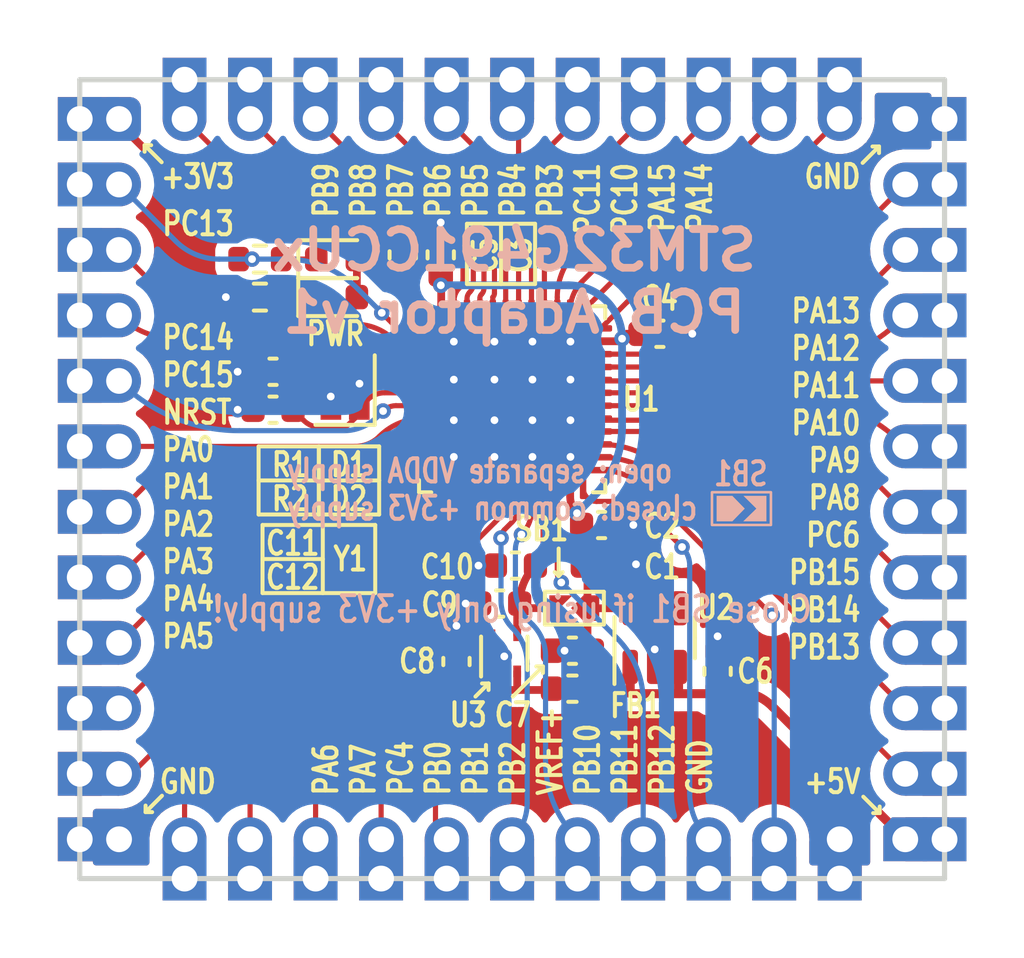
<source format=kicad_pcb>
(kicad_pcb (version 20211014) (generator pcbnew)
  (layers (0 "F.Cu" signal) (31 "B.Cu" signal) (34 "B.Paste" user) (35 "F.Paste" user) (36 "B.SilkS" user "B.Silkscreen") (37 "F.SilkS" user "F.Silkscreen") (38 "B.Mask" user) (39 "F.Mask" user) (44 "Edge.Cuts" user))
  (net 0 "")
  (net 1 "+3V3")
  (net 2 "GND")
  (net 3 "Net-(C5-Pad1)")
  (net 4 "+5V")
  (net 5 "Net-(C8-Pad1)")
  (net 6 "VDDA")
  (net 7 "PB12")
  (net 8 "PB13")
  (net 9 "PB14")
  (net 10 "PB15")
  (net 11 "PC6")
  (net 12 "PA8")
  (net 13 "PA9")
  (net 14 "PA10")
  (net 15 "PA11")
  (net 16 "PA12")
  (net 17 "PA13")
  (net 18 "PB11")
  (net 19 "PB10")
  (net 20 "VREF+")
  (net 21 "PB2")
  (net 22 "PB1")
  (net 23 "PB0")
  (net 24 "PC4")
  (net 25 "PA7")
  (net 26 "PA6")
  (net 27 "PA5")
  (net 28 "PA14")
  (net 29 "PA15")
  (net 30 "PC10")
  (net 31 "PC11")
  (net 32 "PB3")
  (net 33 "PB4")
  (net 34 "PB5")
  (net 35 "PB6")
  (net 36 "PB7")
  (net 37 "PB8")
  (net 38 "PB9")
  (net 39 "PC14")
  (net 40 "PC15")
  (net 41 "NRST")
  (net 42 "PA0")
  (net 43 "PA1")
  (net 44 "PA2")
  (net 45 "PA3")
  (net 46 "PA4")
  (net 47 "OSC_IN")
  (net 48 "OSC_OUT")
  (net 51 "PC13")
  (net 52 "Net-(D1-Pad1)")
  (net 53 "Net-(D2-Pad1)")
  (footprint "Resistor_SMD:R_0603_1608Metric" (layer "F.Cu") (at 128.016 32.5628 180)
    (fp_text reference "R2")
    (fp_text value "511R")
  )
  (footprint "Capacitor_SMD:C_0603_1608Metric" (layer "F.Cu") (at 143.523 33.9852)
    (fp_text reference "C4")
    (fp_text value "100n")
  )
  (footprint "Package_TO_SOT_SMD:SOT-23-5" (layer "F.Cu") (at 143.322 45.7708 90)
    (fp_text reference "U2")
    (fp_text value "AP7343D-33W5")
  )
  (footprint "Capacitor_SMD:C_0603_1608Metric" (layer "F.Cu") (at 140.1318 46.2788 180)
    (fp_text reference "C7")
    (fp_text value "1u")
  )
  (footprint "LED_SMD:LED_0603_1608Metric" (layer "F.Cu") (at 130.9878 31.0896)
    (fp_text reference "D1")
    (fp_text value "RED")
  )
  (footprint "Capacitor_SMD:C_0603_1608Metric" (layer "F.Cu") (at 128.5251 36.9316)
    (fp_text reference "C12")
    (fp_text value "10p")
  )
  (footprint "Inductor_SMD:L_0603_1608Metric" (layer "F.Cu") (at 140.1317 47.752 180)
    (fp_text reference "FB1")
    (fp_text value "BLM18KG121TZ1D")
  )
  (footprint "Capacitor_SMD:C_0603_1608Metric" (layer "F.Cu") (at 135.0264 30.9242 90)
    (fp_text reference "C3")
    (fp_text value "100n")
  )
  (footprint "Package_TO_SOT_SMD:SOT-553" (layer "F.Cu") (at 137.4902 46.3804 90)
    (fp_text reference "U3")
    (fp_text value "TCR2EE33")
  )
  (footprint "Capacitor_SMD:C_0603_1608Metric" (layer "F.Cu") (at 128.5251 35.4584)
    (fp_text reference "C11")
    (fp_text value "10p")
  )
  (footprint "Capacitor_Tantalum_SMD:CP_EIA-1608-10_AVX-L" (layer "F.Cu") (at 141.3128 42.926)
    (fp_text reference "C1")
    (fp_text value "4u7")
  )
  (footprint "Capacitor_SMD:C_0603_1608Metric" (layer "F.Cu") (at 137.3124 44.45 180)
    (fp_text reference "C9")
    (fp_text value "1u")
  )
  (footprint "Capacitor_SMD:C_0603_1608Metric" (layer "F.Cu") (at 133.5532 30.9242 90)
    (fp_text reference "C5")
    (fp_text value "100n")
  )
  (footprint "Capacitor_SMD:C_0603_1608Metric" (layer "F.Cu") (at 137.922 42.9768 180)
    (fp_text reference "C10")
    (fp_text value "1n")
  )
  (footprint "Resistor_SMD:R_0603_1608Metric" (layer "F.Cu") (at 128.016 31.0896)
    (fp_text reference "R1")
    (fp_text value "205R")
  )
  (footprint "Crystal:Crystal_SMD_2016-4Pin_2.0x1.6mm" (layer "F.Cu") (at 131.318 36.1696 90)
    (fp_text reference "Y1")
    (fp_text value "ECX-1637B2 [10pF, 20MHz]")
  )
  (footprint "Capacitor_SMD:C_0603_1608Metric" (layer "F.Cu") (at 145.7604 47.0786 90)
    (fp_text reference "C6")
    (fp_text value "1u")
  )
  (footprint "Capacitor_SMD:C_0603_1608Metric" (layer "F.Cu") (at 141.2618 41.402)
    (fp_text reference "C2")
    (fp_text value "100n")
  )
  (footprint "LED_SMD:LED_0603_1608Metric" (layer "F.Cu") (at 130.9877 32.5628)
    (fp_text reference "D2")
    (fp_text value "GREEN")
  )
  (footprint "Jumper_Smaller:SolderJumper-2_P1.3mm_Smaller_Open_TrianglePad1.0x1.5mm" (layer "F.Cu") (at 140.208 44.3738 180)
    (fp_text reference "SB1")
    (fp_text value "OPT_VDDA_REG")
  )
  (footprint "Package_DFN_QFN:QFN-48-1EP_7x7mm_P0.5mm_EP5.6x5.6mm" (layer "F.Cu") (at 137.795 36.5252)
    (fp_text reference "U1")
    (fp_text value "STM32G491CCUx")
  )
  (footprint "Capacitor_SMD:C_0603_1608Metric" (layer "F.Cu") (at 135.636 46.6982 90)
    (fp_text reference "C8")
    (fp_text value "1u")
  )
  (footprint "Connector_PinHeader_Castellated_2.54mm:PinHeader_Castellated_1x12_P2.54mm_Vertical" (layer "B.Cu") (at 153.035 53.594)
    (fp_text reference "J4" hide)
    (fp_text value "Conn_01x12")
  )
  (footprint "Connector_PinHeader_Castellated_2.54mm:PinHeader_Castellated_1x11_P2.54mm_Vertical" (layer "B.Cu") (at 125.095 53.594 -90)
    (fp_text reference "J2" hide)
    (fp_text value "Conn_01x11")
  )
  (footprint "Connector_PinHeader_Castellated_2.54mm:PinHeader_Castellated_1x12_P2.54mm_Vertical" (layer "B.Cu") (at 122.555 25.654 180)
    (fp_text reference "J1" hide)
    (fp_text value "Conn_01x12")
  )
  (footprint "Connector_PinHeader_Castellated_2.54mm:PinHeader_Castellated_1x11_P2.54mm_Vertical" (layer "B.Cu") (at 150.495 25.654 90)
    (fp_text reference "J3" hide)
    (fp_text value "Conn_01x11")
  )
  (gr_rect (start 145.542 40.132) (end 147.828 41.402) (layer "B.SilkS") (width 0.1) (fill none))
  (gr_poly (pts (xy 147.6526 41.2622) (xy 146.7526 41.2622) (xy 147.2626 40.767) (xy 146.7626 40.2722) (xy 147.6526 40.2722)) (layer "B.SilkS") (width 0) (fill solid))
  (gr_poly (pts (xy 146.815 40.767) (xy 146.3326 41.2622) (xy 145.7226 41.2622) (xy 145.7226 40.2722) (xy 146.3326 40.2722)) (layer "B.SilkS") (width 0) (fill solid))
  (gr_line (start 137.8204 48.0568) (end 138.9888 46.8884) (layer "F.SilkS") (width 0.155))
  (gr_line (start 137.3632 32.0548) (end 137.3632 29.718) (layer "F.SilkS") (width 0.155))
  (gr_line (start 137.3632 29.718) (end 136.0424 29.718) (layer "F.SilkS") (width 0.155))
  (gr_line (start 130.4544 41.402) (end 128.1176 41.402) (layer "F.SilkS") (width 0.155))
  (gr_line (start 138.684 29.718) (end 138.684 32.0548) (layer "F.SilkS") (width 0.155))
  (gr_line (start 151.4094 51.943) (end 152.0444 52.578) (layer "F.SilkS") (width 0.155))
  (gr_line (start 132.4864 44.0436) (end 130.4544 44.0436) (layer "F.SilkS") (width 0.155))
  (gr_line (start 138.684 32.0548) (end 137.3632 32.0548) (layer "F.SilkS") (width 0.155))
  (gr_line (start 139.5984 43.3832) (end 139.446 43.2308) (layer "F.SilkS") (width 0.155))
  (gr_line (start 152.019 26.7208) (end 151.765 26.7208) (layer "F.SilkS") (width 0.155))
  (gr_line (start 130.302 40.9956) (end 130.302 39.6748) (layer "F.SilkS") (width 0.155))
  (gr_line (start 130.302 39.6748) (end 130.302 40.9956) (layer "F.SilkS") (width 0.155))
  (gr_line (start 136.0424 32.0548) (end 137.3632 32.0548) (layer "F.SilkS") (width 0.155))
  (gr_line (start 136.6266 47.5488) (end 136.8806 47.5488) (layer "F.SilkS") (width 0.155))
  (gr_line (start 137.3632 29.718) (end 138.684 29.718) (layer "F.SilkS") (width 0.155))
  (gr_line (start 136.8806 47.5488) (end 136.8806 47.8028) (layer "F.SilkS") (width 0.155))
  (gr_line (start 132.6388 40.9956) (end 132.6388 39.6748) (layer "F.SilkS") (width 0.155))
  (gr_line (start 130.4544 42.7228) (end 130.4544 41.402) (layer "F.SilkS") (width 0.155))
  (gr_line (start 152.0444 52.578) (end 152.0444 52.324) (layer "F.SilkS") (width 0.155))
  (gr_line (start 130.4544 41.402) (end 132.4864 41.402) (layer "F.SilkS") (width 0.155))
  (gr_line (start 123.5456 26.67) (end 123.5456 26.924) (layer "F.SilkS") (width 0.155))
  (gr_line (start 123.5456 26.67) (end 123.7996 26.67) (layer "F.SilkS") (width 0.155))
  (gr_line (start 128.1176 41.402) (end 128.1176 42.7228) (layer "F.SilkS") (width 0.155))
  (gr_line (start 152.0444 52.578) (end 151.7904 52.578) (layer "F.SilkS") (width 0.155))
  (gr_line (start 127.9652 38.354) (end 130.302 38.354) (layer "F.SilkS") (width 0.155))
  (gr_line (start 127.9652 40.9956) (end 130.302 40.9956) (layer "F.SilkS") (width 0.155))
  (gr_line (start 132.4864 41.402) (end 132.4864 44.0436) (layer "F.SilkS") (width 0.155))
  (gr_line (start 123.5837 52.5399) (end 123.5837 52.2859) (layer "F.SilkS") (width 0.155))
  (gr_line (start 130.302 39.6748) (end 130.302 38.354) (layer "F.SilkS") (width 0.155))
  (gr_line (start 130.302 38.354) (end 130.302 39.6748) (layer "F.SilkS") (width 0.155))
  (gr_line (start 136.0424 29.718) (end 136.0424 32.0548) (layer "F.SilkS") (width 0.155))
  (gr_line (start 130.302 38.354) (end 132.6388 38.354) (layer "F.SilkS") (width 0.155))
  (gr_line (start 132.6388 39.6748) (end 130.302 39.6748) (layer "F.SilkS") (width 0.155))
  (gr_line (start 152.019 26.7208) (end 152.019 26.9748) (layer "F.SilkS") (width 0.155))
  (gr_line (start 139.5984 43.3832) (end 139.5984 42.3164) (layer "F.SilkS") (width 0.155))
  (gr_line (start 124.2187 51.9049) (end 123.5837 52.5399) (layer "F.SilkS") (width 0.155))
  (gr_line (start 132.6388 38.354) (end 132.6388 39.6748) (layer "F.SilkS") (width 0.155))
  (gr_line (start 136.3726 48.0568) (end 136.8806 47.5488) (layer "F.SilkS") (width 0.155))
  (gr_line (start 128.1176 44.0436) (end 128.1176 42.7228) (layer "F.SilkS") (width 0.155))
  (gr_line (start 128.1176 42.7228) (end 130.4544 42.7228) (layer "F.SilkS") (width 0.155))
  (gr_line (start 127.9652 39.6748) (end 127.9652 40.9956) (layer "F.SilkS") (width 0.155))
  (gr_line (start 123.5837 52.5399) (end 123.8377 52.5399) (layer "F.SilkS") (width 0.155))
  (gr_line (start 130.4544 42.7228) (end 130.4544 44.0436) (layer "F.SilkS") (width 0.155))
  (gr_line (start 138.9888 46.8884) (end 138.7348 46.8884) (layer "F.SilkS") (width 0.155))
  (gr_line (start 127.9652 39.6748) (end 127.9652 38.354) (layer "F.SilkS") (width 0.155))
  (gr_line (start 139.5984 43.3832) (end 139.7508 43.2308) (layer "F.SilkS") (width 0.155))
  (gr_line (start 124.206 27.3304) (end 123.5456 26.67) (layer "F.SilkS") (width 0.155))
  (gr_line (start 138.9888 46.8884) (end 138.9888 47.1424) (layer "F.SilkS") (width 0.155))
  (gr_line (start 130.302 40.9956) (end 132.6388 40.9956) (layer "F.SilkS") (width 0.155))
  (gr_line (start 130.4544 44.0436) (end 128.1176 44.0436) (layer "F.SilkS") (width 0.155))
  (gr_line (start 151.384 27.3558) (end 152.019 26.7208) (layer "F.SilkS") (width 0.155))
  (gr_line (start 130.302 39.6748) (end 127.9652 39.6748) (layer "F.SilkS") (width 0.155))
  (gr_line (start 154.559 24.13) (end 121.031 24.13) (layer "Edge.Cuts") (width 0.2))
  (gr_line (start 121.031 55.118) (end 154.559 55.118) (layer "Edge.Cuts") (width 0.2))
  (gr_line (start 154.559 55.118) (end 154.559 24.13) (layer "Edge.Cuts") (width 0.2))
  (gr_line (start 121.031 24.13) (end 121.031 55.118) (layer "Edge.Cuts") (width 0.2))
  (gr_text "open: separate VDDA supply\nclosed: common +3V3 supply" (at 128.9812 40.0304) (layer "B.SilkS") (effects (font (size 0.9 0.7) (thickness 0.155)) (justify right mirror)))
  (gr_text "SB1" (at 146.6596 39.4208) (layer "B.SilkS") (effects (font (size 0.9 0.7) (thickness 0.155)) (justify mirror)))
  (gr_text "Close SB1 if using only +3V3 supply!" (at 137.8 44.67) (layer "B.SilkS") (effects (font (size 1 0.8)) (justify mirror)))
  (gr_text "STM32G491CCUx\nPCB Adaptor v1" (at 137.8712 31.9532) (layer "B.SilkS") (effects (font (size 1.5 1.5) (thickness 0.3)) (justify mirror)))
  (gr_text "GND" (at 126.3904 51.3588) (layer "F.SilkS") (effects (font (size 0.9 0.7) (thickness 0.155)) (justify right)))
  (gr_text "PA13\nPA12\nPA11\nPA10\nPA9\nPA8\nPC6\nPB15\nPB14\nPB13" (at 151.384 39.624) (layer "F.SilkS") (effects (font (size 0.9 0.7) (thickness 0.155)) (justify right)))
  (gr_text "GND" (at 151.384 27.8892) (layer "F.SilkS") (effects (font (size 0.9 0.7) (thickness 0.155)) (justify right)))
  (gr_text "+5V" (at 151.384 51.3588) (layer "F.SilkS") (effects (font (size 0.9 0.7) (thickness 0.155)) (justify right)))
  (gr_text "PB9\nPB8\nPB7\nPB6\nPB5\nPB4\nPB3\nPC11\nPC10\nPA15\nPA14" (at 137.8204 27.2796 90) (layer "F.SilkS") (effects (font (size 0.9 0.7) (thickness 0.155)) (justify right)))
  (gr_text "PC14\nPC15\nNRST\nPA0\nPA1\nPA2\nPA3\nPA4\nPA5" (at 124.1552 39.9288) (layer "F.SilkS") (effects (font (size 0.9 0.7) (thickness 0.155)) (justify left)))
  (gr_text "PC13" (at 124.1552 29.718) (layer "F.SilkS") (effects (font (size 0.9 0.7) (thickness 0.155)) (justify left)))
  (gr_text "PWR" (at 129.7432 33.9852) (layer "F.SilkS") (effects (font (size 0.9 0.7) (thickness 0.155)) (justify left)))
  (gr_text "PA6\nPA7\nPC4\nPB0\nPB1\nPB2\nVREF+\nPB10\nPB11\nPB12\nGND" (at 137.8204 51.9684 90) (layer "F.SilkS") (effects (font (size 0.9 0.7) (thickness 0.155)) (justify left)))
  (gr_text "+3V3" (at 124.1044 27.8892) (layer "F.SilkS") (effects (font (size 0.9 0.7) (thickness 0.155)) (justify left)))
  (segment (start 133.5532 30.1492) (end 131.8 30.1492) (width 0.3) (layer "F.Cu") (net 1))
  (segment (start 140.6003 41.5155) (end 140.4868 41.402) (width 0.3) (layer "F.Cu") (net 1))
  (segment (start 140.716 44.6278) (end 140.716 43.205324) (width 0.3) (layer "F.Cu") (net 1))
  (segment (start 142.372 44.6333) (end 140.729278 44.6333) (width 0.3) (layer "F.Cu") (net 1))
  (segment (start 131.8 30.1492) (end 129.0072 30.1492) (width 0.3) (layer "F.Cu") (net 1))
  (segment (start 135.045 32.120622) (end 135.029463 32.105085) (width 0.3) (layer "F.Cu") (net 1))
  (segment (start 135.045 33.0877) (end 135.045 32.120622) (width 0.3) (layer "F.Cu") (net 1))
  (segment (start 140.716 44.6278) (end 140.716 45.818169) (width 0.3) (layer "F.Cu") (net 1))
  (segment (start 131.7753 30.1739) (end 131.8 30.1492) (width 0.3) (layer "F.Cu") (net 1))
  (segment (start 140.045 39.9627) (end 140.045 40.307218) (width 0.3) (layer "F.Cu") (net 1))
  (segment (start 125.580692 28.851308) (end 122.555 25.825617) (width 0.3) (layer "F.Cu") (net 1))
  (segment (start 140.6003 42.926) (end 140.6003 41.5155) (width 0.3) (layer "F.Cu") (net 1))
  (segment (start 141.2325 34.2752) (end 141.956999 34.2752) (width 0.3) (layer "F.Cu") (net 1))
  (segment (start 134.972094 31.568094) (end 133.5532 30.1492) (width 0.3) (layer "F.Cu") (net 1))
  (segment (start 142.246999 33.9852) (end 142.748 33.9852) (width 0.3) (layer "F.Cu") (net 1))
  (segment (start 131.7753 31.0896) (end 131.7753 30.1739) (width 0.3) (layer "F.Cu") (net 1))
  (segment (start 140.4868 41.122714) (end 140.309243 40.945157) (width 0.3) (layer "F.Cu") (net 1))
  (segment (start 141.956999 34.2752) (end 142.056499 34.1757) (width 0.3) (layer "F.Cu") (net 1))
  (segment (start 142.056499 34.1757) (end 142.246999 33.9852) (width 0.3) (layer "F.Cu") (net 1))
  (segment (start 131.7753 31.0896) (end 131.7753 32.562559) (width 0.3) (layer "F.Cu") (net 1))
  (segment (start 122.555 25.825617) (end 122.555 25.654) (width 0.3) (layer "F.Cu") (net 1))
  (segment (start 140.4868 41.402) (end 140.4868 41.122714) (width 0.3) (layer "F.Cu") (net 1))
  (segment (start 135.029463 32.105085) (end 135.029463 31.706594) (width 0.3) (layer "F.Cu") (net 1))
  (segment (start 128.71408 30.1492) (end 129.0072 30.1492) (width 0.3) (layer "F.Cu") (net 1))
  (via (at 142.056499 34.1757) (size 0.6) (drill 0.3) (layers "F.Cu" "B.Cu") (net 1))
  (via (at 135.029463 32.105085) (size 0.6) (drill 0.3) (layers "F.Cu" "B.Cu") (net 1))
  (via (at 140.309243 40.945157) (size 0.6) (drill 0.3) (layers "F.Cu" "B.Cu") (net 1))
  (arc (start 140.716 43.205324) (mid 140.685931 43.054155) (end 140.6003 42.926) (width 0.3) (layer "F.Cu") (net 1))
  (arc (start 135.029463 31.706594) (mid 135.028667 31.702592) (end 135.0264 31.6992) (width 0.3) (layer "F.Cu") (net 1))
  (arc (start 140.045 40.307218) (mid 140.113675 40.652468) (end 140.309243 40.945157) (width 0.3) (layer "F.Cu") (net 1))
  (arc (start 140.716 45.818169) (mid 140.765588 46.06746) (end 140.9068 46.2788) (width 0.3) (layer "F.Cu") (net 1))
  (arc (start 125.580692 28.851308) (mid 127.018303 29.811889) (end 128.71408 30.1492) (width 0.3) (layer "F.Cu") (net 1))
  (arc (start 140.729278 44.6333) (mid 140.722092 44.631871) (end 140.716 44.6278) (width 0.3) (layer "F.Cu") (net 1))
  (arc (start 135.0264 31.6992) (mid 135.012286 31.628246) (end 134.972094 31.568094) (width 0.3) (layer "F.Cu") (net 1))
  (arc (start 131.7753 32.562559) (mid 131.775274 32.562689) (end 131.7752 32.5628) (width 0.3) (layer "F.Cu") (net 1))
  (segment (start 139.985884 32.105085) (end 135.029463 32.105085) (width 0.3) (layer "B.Cu") (net 1))
  (segment (start 140.9192 40.3352) (end 140.309243 40.945157) (width 0.3) (layer "B.Cu") (net 1))
  (segment (start 142.056499 34.1757) (end 142.056499 37.589518) (width 0.3) (layer "B.Cu") (net 1))
  (arc (start 142.056499 37.589518) (mid 141.760924 39.07547) (end 140.9192 40.3352) (width 0.3) (layer "B.Cu") (net 1))
  (arc (start 142.056499 34.1757) (mid 141.45003 32.711554) (end 139.985884 32.105085) (width 0.3) (layer "B.Cu") (net 1))
  (segment (start 143.2966 46.9083) (end 143.2966 46.2534) (width 0.3) (layer "F.Cu") (net 2))
  (segment (start 144.298 33.9852) (end 144.78 33.9852) (width 0.3) (layer "F.Cu") (net 2))
  (segment (start 137.147 42.9768) (end 136.490183 42.9768) (width 0.3) (layer "F.Cu") (net 2))
  (segment (start 127.6626 35.4584) (end 127.1524 35.4584) (width 0.3) (layer "F.Cu") (net 2))
  (segment (start 135.636 45.3136) (end 135.636 45.9232) (width 0.3) (layer "F.Cu") (net 2))
  (segment (start 136.5374 44.45) (end 135.9916 44.45) (width 0.3) (layer "F.Cu") (net 2))
  (segment (start 127.191 32.5628) (end 126.6952 32.5628) (width 0.3) (layer "F.Cu") (net 2))
  (segment (start 142.0253 42.926) (end 142.5956 42.926) (width 0.3) (layer "F.Cu") (net 2))
  (segment (start 130.768 36.8696) (end 130.768 36.424991) (width 0.3) (layer "F.Cu") (net 2))
  (segment (start 143.2966 46.2534) (end 143.322 46.228) (width 0.3) (layer "F.Cu") (net 2))
  (segment (start 135.0264 30.1622) (end 135.0264 29.6672) (width 0.3) (layer "F.Cu") (net 2))
  (segment (start 145.7604 46.3036) (end 145.7604 45.72) (width 0.3) (layer "F.Cu") (net 2))
  (segment (start 139.3568 46.2788) (end 139.827 46.2788) (width 0.3) (layer "F.Cu") (net 2))
  (segment (start 127.6626 36.9316) (end 127.1524 36.9316) (width 0.3) (layer "F.Cu") (net 2))
  (segment (start 131.868 35.4696) (end 131.868 35.911298) (width 0.3) (layer "F.Cu") (net 2))
  (segment (start 137.4902 47.0804) (end 137.490199 46.499026) (width 0.3) (layer "F.Cu") (net 2))
  (segment (start 142.0368 41.402) (end 142.494 41.402) (width 0.3) (layer "F.Cu") (net 2))
  (via (at 140.0556 35.7632) (size 0.6) (drill 0.3) (layers "F.Cu" "B.Cu") (net 2))
  (via (at 135.5344 34.29) (size 0.6) (drill 0.3) (layers "F.Cu" "B.Cu") (net 2))
  (via (at 137.1092 35.7632) (size 0.6) (drill 0.3) (layers "F.Cu" "B.Cu") (net 2))
  (via (at 131.8768 35.920098) (size 0.6) (drill 0.3) (layers "F.Cu" "B.Cu") (net 2))
  (via (at 138.5824 35.7632) (size 0.6) (drill 0.3) (layers "F.Cu" "B.Cu") (net 2))
  (via (at 145.7604 45.72) (size 0.6) (drill 0.3) (layers "F.Cu" "B.Cu") (net 2))
  (via (at 135.5344 37.338) (size 0.6) (drill 0.3) (layers "F.Cu" "B.Cu") (net 2))
  (via (at 139.827 46.2788) (size 0.6) (drill 0.3) (layers "F.Cu" "B.Cu") (net 2))
  (via (at 143.322 46.228) (size 0.6) (drill 0.3) (layers "F.Cu" "B.Cu") (net 2))
  (via (at 138.5824 34.29) (size 0.6) (drill 0.3) (layers "F.Cu" "B.Cu") (net 2))
  (via (at 127.1524 36.9316) (size 0.6) (drill 0.3) (layers "F.Cu" "B.Cu") (net 2))
  (via (at 135.5344 38.7604) (size 0.6) (drill 0.3) (layers "F.Cu" "B.Cu") (net 2))
  (via (at 142.5956 42.926) (size 0.6) (drill 0.3) (layers "F.Cu" "B.Cu") (net 2))
  (via (at 137.1092 37.338) (size 0.6) (drill 0.3) (layers "F.Cu" "B.Cu") (net 2))
  (via (at 137.490199 46.499026) (size 0.6) (drill 0.3) (layers "F.Cu" "B.Cu") (net 2))
  (via (at 136.490183 42.9768) (size 0.6) (drill 0.3) (layers "F.Cu" "B.Cu") (net 2))
  (via (at 140.0556 37.338) (size 0.6) (drill 0.3) (layers "F.Cu" "B.Cu") (net 2))
  (via (at 137.1092 38.7604) (size 0.6) (drill 0.3) (layers "F.Cu" "B.Cu") (net 2))
  (via (at 135.0264 29.6672) (size 0.6) (drill 0.3) (layers "F.Cu" "B.Cu") (net 2))
  (via (at 142.494 41.402) (size 0.6) (drill 0.3) (layers "F.Cu" "B.Cu") (net 2))
  (via (at 126.6952 32.5628) (size 0.6) (drill 0.3) (layers "F.Cu" "B.Cu") (net 2))
  (via (at 127.1524 35.4584) (size 0.6) (drill 0.3) (layers "F.Cu" "B.Cu") (net 2))
  (via (at 140.0556 34.29) (size 0.6) (drill 0.3) (layers "F.Cu" "B.Cu") (net 2))
  (via (at 137.1092 34.29) (size 0.6) (drill 0.3) (layers "F.Cu" "B.Cu") (net 2))
  (via (at 138.5824 38.7604) (size 0.6) (drill 0.3) (layers "F.Cu" "B.Cu") (net 2))
  (via (at 135.5344 35.7632) (size 0.6) (drill 0.3) (layers "F.Cu" "B.Cu") (net 2))
  (via (at 130.762111 36.419102) (size 0.6) (drill 0.3) (layers "F.Cu" "B.Cu") (net 2))
  (via (at 135.636 45.3136) (size 0.6) (drill 0.3) (layers "F.Cu" "B.Cu") (net 2))
  (via (at 135.9916 44.45) (size 0.6) (drill 0.3) (layers "F.Cu" "B.Cu") (net 2))
  (via (at 140.0556 38.7604) (size 0.6) (drill 0.3) (layers "F.Cu" "B.Cu") (net 2))
  (via (at 138.5824 37.338) (size 0.6) (drill 0.3) (layers "F.Cu" "B.Cu") (net 2))
  (via (at 144.78 33.9852) (size 0.6) (drill 0.3) (layers "F.Cu" "B.Cu") (net 2))
  (segment (start 133.5532 32.469208) (end 133.5532 31.7252) (width 0.2) (layer "F.Cu") (net 3))
  (segment (start 134.3575 33.7752) (end 133.90795 33.32565) (width 0.2) (layer "F.Cu") (net 3))
  (arc (start 133.90795 33.32565) (mid 133.645396 32.932711) (end 133.5532 32.469208) (width 0.2) (layer "F.Cu") (net 3))
  (segment (start 142.372 47.916) (end 141.315131 47.916) (width 0.35) (layer "F.Cu") (net 4))
  (segment (start 142.372 47.916) (end 142.4018 47.9458) (width 0.35) (layer "F.Cu") (net 4))
  (segment (start 145.6944 47.8536) (end 145.6022 47.9458) (width 0.35) (layer "F.Cu") (net 4))
  (segment (start 144.2466 47.9212) (end 144.2712 47.9458) (width 0.35) (layer "F.Cu") (net 4))
  (segment (start 146.4564 47.8536) (end 145.5166 47.8536) (width 0.35) (layer "F.Cu") (net 4))
  (segment (start 144.2466 46.9083) (end 144.2466 47.9212) (width 0.35) (layer "F.Cu") (net 4))
  (segment (start 153.035 53.594) (end 147.887297 48.446297) (width 0.35) (layer "F.Cu") (net 4))
  (segment (start 145.6022 47.9458) (end 142.4018 47.9458) (width 0.35) (layer "F.Cu") (net 4))
  (segment (start 142.372 46.9083) (end 142.372 47.916) (width 0.35) (layer "F.Cu") (net 4))
  (arc (start 141.315131 47.916) (mid 141.100855 47.873378) (end 140.9192 47.752) (width 0.35) (layer "F.Cu") (net 4))
  (arc (start 147.887297 48.446297) (mid 147.230796 48.007637) (end 146.4564 47.8536) (width 0.35) (layer "F.Cu") (net 4))
  (segment (start 138.0236 47.8028) (end 139.221558 47.8028) (width 0.3) (layer "F.Cu") (net 5))
  (segment (start 136.9568 47.8028) (end 136.431724 47.8028) (width 0.3) (layer "F.Cu") (net 5))
  (segment (start 138.0236 47.8028) (end 136.9568 47.8028) (width 0.3) (layer "F.Cu") (net 5))
  (segment (start 136.9902 47.0804) (end 136.9902 47.722166) (width 0.3) (layer "F.Cu") (net 5))
  (segment (start 137.9902 47.0804) (end 137.9902 47.722166) (width 0.3) (layer "F.Cu") (net 5))
  (arc (start 136.431724 47.8028) (mid 136.001081 47.71714) (end 135.636 47.4732) (width 0.3) (layer "F.Cu") (net 5))
  (arc (start 137.9902 47.722166) (mid 137.998881 47.765804) (end 138.0236 47.8028) (width 0.3) (layer "F.Cu") (net 5))
  (arc (start 139.221558 47.8028) (mid 139.287931 47.789597) (end 139.3442 47.752) (width 0.3) (layer "F.Cu") (net 5))
  (arc (start 136.9902 47.722166) (mid 136.981519 47.765805) (end 136.9568 47.8028) (width 0.3) (layer "F.Cu") (net 5))
  (segment (start 138.0874 44.45) (end 138.0874 44.448504) (width 0.3) (layer "F.Cu") (net 6))
  (segment (start 137.9902 45.6804) (end 137.9902 44.684661) (width 0.3) (layer "F.Cu") (net 6))
  (segment (start 139.045 39.9627) (end 139.045 42.136654) (width 0.3) (layer "F.Cu") (net 6))
  (segment (start 139.483 44.6278) (end 138.516647 44.6278) (width 0.3) (layer "F.Cu") (net 6))
  (arc (start 138.0874 44.448504) (mid 138.24583 43.652024) (end 138.697 42.9768) (width 0.3) (layer "F.Cu") (net 6))
  (arc (start 137.9902 44.684661) (mid 138.015461 44.557664) (end 138.0874 44.45) (width 0.3) (layer "F.Cu") (net 6))
  (arc (start 138.516647 44.6278) (mid 138.28434 44.581591) (end 138.0874 44.45) (width 0.3) (layer "F.Cu") (net 6))
  (arc (start 139.045 42.136654) (mid 138.954557 42.591338) (end 138.697 42.9768) (width 0.3) (layer "F.Cu") (net 6))
  (segment (start 142.964019 39.992418) (end 143.6116 40.64) (width 0.2) (layer "F.Cu") (net 7))
  (segment (start 143.6116 40.64) (end 147.8788 44.9072) (width 0.2) (layer "F.Cu") (net 7))
  (via (at 147.8788 44.9072) (size 0.6) (drill 0.3) (layers "F.Cu" "B.Cu") (net 7))
  (arc (start 141.2325 39.2752) (mid 142.169591 39.461599) (end 142.964019 39.992418) (width 0.2) (layer "F.Cu") (net 7))
  (segment (start 147.955 44.9834) (end 147.955 53.594) (width 0.2) (layer "B.Cu") (net 7))
  (segment (start 147.8788 44.9072) (end 147.955 44.9834) (width 0.2) (layer "B.Cu") (net 7))
  (segment (start 149.90006 47.91906) (end 153.035 51.054) (width 0.2) (layer "F.Cu") (net 8))
  (segment (start 143.758165 39.821364) (end 144.0942 40.1574) (width 0.2) (layer "F.Cu") (net 8))
  (segment (start 144.0942 40.1574) (end 148.5171 44.5803) (width 0.2) (layer "F.Cu") (net 8))
  (arc (start 149.1996 46.228) (mid 149.381644 47.143195) (end 149.90006 47.91906) (width 0.2) (layer "F.Cu") (net 8))
  (arc (start 141.2325 38.7752) (mid 142.59938 39.047089) (end 143.758165 39.821364) (width 0.2) (layer "F.Cu") (net 8))
  (arc (start 148.5171 44.5803) (mid 149.022224 45.336271) (end 149.1996 46.228) (width 0.2) (layer "F.Cu") (net 8))
  (segment (start 143.901903 39.380903) (end 153.035 48.514) (width 0.2) (layer "F.Cu") (net 9))
  (arc (start 141.2325 38.2752) (mid 142.677171 38.562563) (end 143.901903 39.380903) (width 0.2) (layer "F.Cu") (net 9))
  (segment (start 141.2325 37.7752) (end 142.768 37.7752) (width 0.2) (layer "F.Cu") (net 10))
  (segment (start 146.298638 39.237638) (end 153.035 45.974) (width 0.2) (layer "F.Cu") (net 10))
  (arc (start 142.768 37.7752) (mid 144.678767 38.155275) (end 146.298638 39.237638) (width 0.2) (layer "F.Cu") (net 10))
  (segment (start 141.2953 37.338) (end 144.5768 37.338) (width 0.2) (layer "F.Cu") (net 11))
  (segment (start 149.7711 40.1701) (end 153.035 43.434) (width 0.2) (layer "F.Cu") (net 11))
  (segment (start 148.609327 39.008328) (end 149.7711 40.1701) (width 0.2) (layer "F.Cu") (net 11))
  (segment (start 141.2325 37.2752) (end 141.2953 37.338) (width 0.2) (layer "F.Cu") (net 11))
  (arc (start 144.5768 37.338) (mid 146.759188 37.772104) (end 148.609327 39.008328) (width 0.2) (layer "F.Cu") (net 11))
  (segment (start 141.2325 36.7752) (end 146.3588 36.7752) (width 0.2) (layer "F.Cu") (net 12))
  (segment (start 150.724555 38.583555) (end 153.035 40.894) (width 0.2) (layer "F.Cu") (net 12))
  (arc (start 146.3588 36.7752) (mid 148.72153 37.245176) (end 150.724555 38.583555) (width 0.2) (layer "F.Cu") (net 12))
  (segment (start 141.2325 36.2752) (end 148.016333 36.2752) (width 0.2) (layer "F.Cu") (net 13))
  (arc (start 148.016333 36.2752) (mid 150.732416 36.815463) (end 153.035 38.354) (width 0.2) (layer "F.Cu") (net 13))
  (segment (start 141.2325 35.7752) (end 141.2713 35.814) (width 0.2) (layer "F.Cu") (net 14))
  (segment (start 141.2713 35.814) (end 153.035 35.814) (width 0.2) (layer "F.Cu") (net 14))
  (segment (start 141.2325 35.2752) (end 148.356 35.2752) (width 0.2) (layer "F.Cu") (net 15))
  (segment (start 152.92729 33.381709) (end 153.035 33.274) (width 0.2) (layer "F.Cu") (net 15))
  (arc (start 148.356 35.2752) (mid 150.829965 34.783098) (end 152.92729 33.381709) (width 0.2) (layer "F.Cu") (net 15))
  (segment (start 151.4475 32.3215) (end 153.035 30.734) (width 0.2) (layer "F.Cu") (net 16))
  (segment (start 150.624529 33.14447) (end 151.4475 32.3215) (width 0.2) (layer "F.Cu") (net 16))
  (segment (start 141.2325 34.7752) (end 146.6876 34.7752) (width 0.2) (layer "F.Cu") (net 16))
  (arc (start 146.6876 34.7752) (mid 148.818251 34.351387) (end 150.624529 33.14447) (width 0.2) (layer "F.Cu") (net 16))
  (segment (start 141.2325 33.7752) (end 141.2325 33.7735) (width 0.2) (layer "F.Cu") (net 17))
  (segment (start 151.4475 29.7815) (end 153.035 28.194) (width 0.2) (layer "F.Cu") (net 17))
  (segment (start 144.447556 31.8516) (end 147.2692 31.8516) (width 0.2) (layer "F.Cu") (net 17))
  (segment (start 141.2325 33.7735) (end 142.24 32.766) (width 0.2) (layer "F.Cu") (net 17))
  (segment (start 150.868122 30.360877) (end 151.4475 29.7815) (width 0.2) (layer "F.Cu") (net 17))
  (arc (start 147.2692 31.8516) (mid 149.216923 31.464174) (end 150.868122 30.360877) (width 0.2) (layer "F.Cu") (net 17))
  (arc (start 142.24 32.766) (mid 143.252835 32.089245) (end 144.447556 31.8516) (width 0.2) (layer "F.Cu") (net 17))
  (segment (start 144.381489 42.257711) (end 143.053588 40.92981) (width 0.2) (layer "F.Cu") (net 18))
  (segment (start 141.0699 40.4876) (end 141.986 40.4876) (width 0.2) (layer "F.Cu") (net 18))
  (via (at 144.381489 42.257711) (size 0.6) (drill 0.3) (layers "F.Cu" "B.Cu") (net 18))
  (arc (start 143.053588 40.92981) (mid 142.563775 40.602527) (end 141.986 40.4876) (width 0.2) (layer "F.Cu") (net 18))
  (arc (start 140.545 39.9627) (mid 140.69874 40.33386) (end 141.0699 40.4876) (width 0.2) (layer "F.Cu") (net 18))
  (segment (start 144.6784 47.7012) (end 144.6784 42.974517) (width 0.2) (layer "B.Cu") (net 18))
  (segment (start 144.6784 51.815691) (end 144.6784 47.7012) (width 0.2) (layer "B.Cu") (net 18))
  (arc (start 145.415 53.594) (mid 144.869836 52.778105) (end 144.6784 51.815691) (width 0.2) (layer "B.Cu") (net 18))
  (arc (start 144.6784 42.974517) (mid 144.601235 42.586584) (end 144.381489 42.257711) (width 0.2) (layer "B.Cu") (net 18))
  (segment (start 139.545 43.258505) (end 139.545 39.9627) (width 0.2) (layer "F.Cu") (net 19))
  (via (at 139.699831 43.6323) (size 0.6) (drill 0.3) (layers "F.Cu" "B.Cu") (net 19))
  (arc (start 139.699831 43.6323) (mid 139.585239 43.460802) (end 139.545 43.258505) (width 0.2) (layer "F.Cu") (net 19))
  (segment (start 142.875 48.240966) (end 142.875 53.594) (width 0.2) (layer "B.Cu") (net 19))
  (segment (start 139.699831 43.6323) (end 141.861365 45.793835) (width 0.2) (layer "B.Cu") (net 19))
  (arc (start 141.861365 45.793835) (mid 142.611565 46.916588) (end 142.875 48.240966) (width 0.2) (layer "B.Cu") (net 19))
  (segment (start 138.545 40.8298) (end 138.545 39.9627) (width 0.2) (layer "F.Cu") (net 20))
  (segment (start 138.545 40.8298) (end 138.545 40.834796) (width 0.2) (layer "F.Cu") (net 20))
  (via (at 138.156237 41.773352) (size 0.6) (drill 0.3) (layers "F.Cu" "B.Cu") (net 20))
  (arc (start 138.545 40.834796) (mid 138.443963 41.342739) (end 138.156237 41.773352) (width 0.2) (layer "F.Cu") (net 20))
  (segment (start 137.922 42.33885) (end 137.922 43.88398) (width 0.2) (layer "B.Cu") (net 20))
  (segment (start 138.43 45.1104) (end 138.587505 45.267905) (width 0.2) (layer "B.Cu") (net 20))
  (segment (start 139.0904 46.482) (end 139.0904 50.58927) (width 0.2) (layer "B.Cu") (net 20))
  (arc (start 137.922 43.88398) (mid 138.054025 44.547713) (end 138.43 45.1104) (width 0.2) (layer "B.Cu") (net 20))
  (arc (start 139.0904 50.58927) (mid 139.413861 52.215418) (end 140.335 53.594) (width 0.2) (layer "B.Cu") (net 20))
  (arc (start 138.156237 41.773352) (mid 137.982876 42.032804) (end 137.922 42.33885) (width 0.2) (layer "B.Cu") (net 20))
  (arc (start 138.587505 45.267905) (mid 138.959702 45.824937) (end 139.0904 46.482) (width 0.2) (layer "B.Cu") (net 20))
  (segment (start 137.498564 41.583201) (end 137.785233 41.296533) (width 0.2) (layer "F.Cu") (net 21))
  (segment (start 138.045 39.9627) (end 138.045 40.6694) (width 0.2) (layer "F.Cu") (net 21))
  (via (at 137.3632 41.91) (size 0.6) (drill 0.3) (layers "F.Cu" "B.Cu") (net 21))
  (arc (start 137.3632 41.91) (mid 137.39838 41.733138) (end 137.498564 41.583201) (width 0.2) (layer "F.Cu") (net 21))
  (arc (start 138.045 40.6694) (mid 137.977489 41.008802) (end 137.785233 41.296533) (width 0.2) (layer "F.Cu") (net 21))
  (segment (start 138.3792 46.790409) (end 138.3792 52.183617) (width 0.2) (layer "B.Cu") (net 21))
  (segment (start 137.3632 41.91) (end 137.3632 44.33757) (width 0.2) (layer "B.Cu") (net 21))
  (arc (start 138.3792 52.183617) (mid 138.227371 52.946911) (end 137.795 53.594) (width 0.2) (layer "B.Cu") (net 21))
  (arc (start 137.3632 44.33757) (mid 137.477217 44.910773) (end 137.801911 45.396711) (width 0.2) (layer "B.Cu") (net 21))
  (arc (start 137.801911 45.396711) (mid 138.229167 46.036145) (end 138.3792 46.790409) (width 0.2) (layer "B.Cu") (net 21))
  (segment (start 137.541 39.972356) (end 137.541 40.5638) (width 0.2) (layer "F.Cu") (net 22))
  (segment (start 134.8232 44.1452) (end 134.8232 53.1622) (width 0.2) (layer "F.Cu") (net 22))
  (segment (start 137.116736 41.307936) (end 135.207675 43.216996) (width 0.2) (layer "F.Cu") (net 22))
  (segment (start 134.8232 53.1622) (end 135.255 53.594) (width 0.2) (layer "F.Cu") (net 22))
  (segment (start 137.116736 41.307936) (end 137.314816 41.109856) (width 0.2) (layer "F.Cu") (net 22))
  (arc (start 137.545 39.9627) (mid 137.542039 39.96713) (end 137.541 39.972356) (width 0.2) (layer "F.Cu") (net 22))
  (arc (start 137.314816 41.109856) (mid 137.482217 40.859323) (end 137.541 40.5638) (width 0.2) (layer "F.Cu") (net 22))
  (arc (start 135.207675 43.216996) (mid 134.923122 43.642859) (end 134.8232 44.1452) (width 0.2) (layer "F.Cu") (net 22))
  (segment (start 137.045 40.5518) (end 137.045 39.9627) (width 0.2) (layer "F.Cu") (net 23))
  (segment (start 133.715001 44.143985) (end 136.859606 40.99938) (width 0.2) (layer "F.Cu") (net 23))
  (segment (start 132.715 53.594) (end 132.715 46.5582) (width 0.2) (layer "F.Cu") (net 23))
  (arc (start 132.715 46.5582) (mid 132.974892 45.251636) (end 133.715001 44.143985) (width 0.2) (layer "F.Cu") (net 23))
  (arc (start 136.859606 40.99938) (mid 136.996818 40.794028) (end 137.045 40.5518) (width 0.2) (layer "F.Cu") (net 23))
  (segment (start 136.545 40.493) (end 136.545 39.9627) (width 0.2) (layer "F.Cu") (net 24))
  (segment (start 131.467238 45.826062) (end 136.364475 40.928825) (width 0.2) (layer "F.Cu") (net 24))
  (segment (start 130.175 53.594) (end 130.175 48.9458) (width 0.2) (layer "F.Cu") (net 24))
  (arc (start 136.364475 40.928825) (mid 136.498083 40.728867) (end 136.545 40.493) (width 0.2) (layer "F.Cu") (net 24))
  (arc (start 130.175 48.9458) (mid 130.510842 47.25741) (end 131.467238 45.826062) (width 0.2) (layer "F.Cu") (net 24))
  (segment (start 134.795007 41.932607) (end 135.837101 40.890513) (width 0.2) (layer "F.Cu") (net 25))
  (segment (start 134.791936 41.932607) (end 134.795007 41.932607) (width 0.2) (layer "F.Cu") (net 25))
  (segment (start 129.149805 47.574738) (end 134.791936 41.932607) (width 0.2) (layer "F.Cu") (net 25))
  (segment (start 136.045 40.3886) (end 136.045 39.9627) (width 0.2) (layer "F.Cu") (net 25))
  (segment (start 127.635 53.594) (end 127.635 51.2318) (width 0.2) (layer "F.Cu") (net 25))
  (arc (start 127.635 51.2318) (mid 128.028685 49.252612) (end 129.149805 47.574738) (width 0.2) (layer "F.Cu") (net 25))
  (arc (start 135.837101 40.890513) (mid 135.990969 40.660233) (end 136.045 40.3886) (width 0.2) (layer "F.Cu") (net 25))
  (segment (start 135.545 39.9627) (end 135.545 40.348084) (width 0.2) (layer "F.Cu") (net 26))
  (segment (start 135.382 40.7416) (end 125.993026 50.130574) (width 0.2) (layer "F.Cu") (net 26))
  (segment (start 125.095 52.2986) (end 125.095 53.594) (width 0.2) (layer "F.Cu") (net 26))
  (arc (start 135.545 40.348084) (mid 135.502637 40.561053) (end 135.382 40.7416) (width 0.2) (layer "F.Cu") (net 26))
  (arc (start 125.993026 50.130574) (mid 125.328389 51.125272) (end 125.095 52.2986) (width 0.2) (layer "F.Cu") (net 26))
  (segment (start 135.045 39.9627) (end 135.045 40.083486) (width 0.2) (layer "F.Cu") (net 27))
  (segment (start 123.0376 51.054) (end 132.440705 41.650895) (width 0.2) (layer "F.Cu") (net 27))
  (segment (start 133.791264 41.148) (end 133.6548 41.148) (width 0.2) (layer "F.Cu") (net 27))
  (segment (start 122.555 51.054) (end 123.0376 51.054) (width 0.2) (layer "F.Cu") (net 27))
  (arc (start 134.7724 40.7416) (mid 134.322251 41.04238) (end 133.791264 41.148) (width 0.2) (layer "F.Cu") (net 27))
  (arc (start 132.440705 41.650895) (mid 132.997736 41.278698) (end 133.6548 41.148) (width 0.2) (layer "F.Cu") (net 27))
  (arc (start 135.045 40.083486) (mid 134.974153 40.439655) (end 134.7724 40.7416) (width 0.2) (layer "F.Cu") (net 27))
  (segment (start 146.244265 29.904735) (end 150.495 25.654) (width 0.2) (layer "F.Cu") (net 28))
  (segment (start 140.545 33.0877) (end 142.21375 31.41895) (width 0.2) (layer "F.Cu") (net 28))
  (segment (start 143.744723 30.7848) (end 144.1196 30.7848) (width 0.2) (layer "F.Cu") (net 28))
  (arc (start 144.1196 30.7848) (mid 145.26946 30.556079) (end 146.244265 29.904735) (width 0.2) (layer "F.Cu") (net 28))
  (arc (start 142.21375 31.41895) (mid 142.916166 30.94961) (end 143.744723 30.7848) (width 0.2) (layer "F.Cu") (net 28))
  (segment (start 143.927449 29.68155) (end 144.2085 29.4005) (width 0.2) (layer "F.Cu") (net 29))
  (segment (start 140.516428 31.949572) (end 141.976226 30.489774) (width 0.2) (layer "F.Cu") (net 29))
  (segment (start 144.2085 29.4005) (end 147.955 25.654) (width 0.2) (layer "F.Cu") (net 29))
  (arc (start 141.976226 30.489774) (mid 142.493469 30.144163) (end 143.1036 30.0228) (width 0.2) (layer "F.Cu") (net 29))
  (arc (start 143.1036 30.0228) (mid 143.549464 29.934112) (end 143.927449 29.68155) (width 0.2) (layer "F.Cu") (net 29))
  (arc (start 140.045 33.0877) (mid 140.16752 32.47175) (end 140.516428 31.949572) (width 0.2) (layer "F.Cu") (net 29))
  (segment (start 139.545 33.0877) (end 139.545 32.5654) (width 0.2) (layer "F.Cu") (net 30))
  (segment (start 140.281381 30.787619) (end 145.415 25.654) (width 0.2) (layer "F.Cu") (net 30))
  (arc (start 139.545 32.5654) (mid 139.736379 31.603272) (end 140.281381 30.787619) (width 0.2) (layer "F.Cu") (net 30))
  (segment (start 139.045 33.0877) (end 139.045 31.0334) (width 0.2) (layer "F.Cu") (net 31))
  (segment (start 140.140591 28.388409) (end 142.875 25.654) (width 0.2) (layer "F.Cu") (net 31))
  (arc (start 139.045 31.0334) (mid 139.329735 29.601941) (end 140.140591 28.388409) (width 0.2) (layer "F.Cu") (net 31))
  (segment (start 138.545 33.0877) (end 138.545 28.6886) (width 0.2) (layer "F.Cu") (net 32))
  (segment (start 139.425065 26.563935) (end 140.335 25.654) (width 0.2) (layer "F.Cu") (net 32))
  (arc (start 138.545 28.6886) (mid 138.773721 27.53874) (end 139.425065 26.563935) (width 0.2) (layer "F.Cu") (net 32))
  (segment (start 138.045 33.0877) (end 138.045 25.904) (width 0.2) (layer "F.Cu") (net 33))
  (segment (start 138.045 25.904) (end 137.795 25.654) (width 0.2) (layer "F.Cu") (net 33))
  (segment (start 135.255 25.654) (end 136.6139 27.0129) (width 0.2) (layer "F.Cu") (net 34))
  (segment (start 137.545 29.260774) (end 137.545 33.0877) (width 0.2) (layer "F.Cu") (net 34))
  (arc (start 136.6139 27.0129) (mid 137.303015 28.044233) (end 137.545 29.260774) (width 0.2) (layer "F.Cu") (net 34))
  (segment (start 136.488332 28.182731) (end 136.652 28.3464) (width 0.2) (layer "F.Cu") (net 35))
  (segment (start 134.1501 27.0891) (end 134.363666 27.302666) (width 0.2) (layer "F.Cu") (net 35))
  (segment (start 137.1092 29.450178) (end 137.1092 32.4104) (width 0.2) (layer "F.Cu") (net 35))
  (segment (start 134.384708 27.323708) (end 134.1501 27.0891) (width 0.2) (layer "F.Cu") (net 35))
  (segment (start 134.1501 27.0891) (end 132.715 25.654) (width 0.2) (layer "F.Cu") (net 35))
  (segment (start 137.045 32.565392) (end 137.045 33.0877) (width 0.2) (layer "F.Cu") (net 35))
  (arc (start 136.652 28.3464) (mid 136.990378 28.852818) (end 137.1092 29.450178) (width 0.2) (layer "F.Cu") (net 35))
  (arc (start 137.1092 32.4104) (mid 137.092515 32.494281) (end 137.045 32.565392) (width 0.2) (layer "F.Cu") (net 35))
  (arc (start 134.363666 27.302666) (mid 134.900803 27.66157) (end 135.5344 27.7876) (width 0.2) (layer "F.Cu") (net 35))
  (arc (start 135.5344 27.7876) (mid 136.050664 27.890291) (end 136.488332 28.182731) (width 0.2) (layer "F.Cu") (net 35))
  (segment (start 135.3312 28.194) (end 134.3152 28.194) (width 0.2) (layer "F.Cu") (net 36))
  (segment (start 136.7028 32.215916) (end 136.7028 29.5656) (width 0.2) (layer "F.Cu") (net 36))
  (segment (start 136.545 33.0877) (end 136.545 32.596878) (width 0.2) (layer "F.Cu") (net 36))
  (segment (start 131.583487 27.062488) (end 130.175 25.654) (width 0.2) (layer "F.Cu") (net 36))
  (arc (start 136.545 32.596878) (mid 136.559606 32.52345) (end 136.6012 32.4612) (width 0.2) (layer "F.Cu") (net 36))
  (arc (start 136.6012 32.4612) (mid 136.676395 32.348663) (end 136.7028 32.215916) (width 0.2) (layer "F.Cu") (net 36))
  (arc (start 136.7028 29.5656) (mid 136.301068 28.595732) (end 135.3312 28.194) (width 0.2) (layer "F.Cu") (net 36))
  (arc (start 134.3152 28.194) (mid 132.836808 27.89993) (end 131.583487 27.062488) (width 0.2) (layer "F.Cu") (net 36))
  (segment (start 135.382 28.6512) (end 132.446211 28.6512) (width 0.2) (layer "F.Cu") (net 37))
  (segment (start 136.29 32.038106) (end 136.29 29.5592) (width 0.2) (layer "F.Cu") (net 37))
  (segment (start 129.3495 27.3685) (end 127.635 25.654) (width 0.2) (layer "F.Cu") (net 37))
  (segment (start 136.045 33.0877) (end 136.045 32.629587) (width 0.2) (layer "F.Cu") (net 37))
  (arc (start 136.045 32.629587) (mid 136.073087 32.488382) (end 136.153074 32.368674) (width 0.2) (layer "F.Cu") (net 37))
  (arc (start 136.153074 32.368674) (mid 136.254414 32.217008) (end 136.29 32.038106) (width 0.2) (layer "F.Cu") (net 37))
  (arc (start 132.446211 28.6512) (mid 130.770283 28.317837) (end 129.3495 27.3685) (width 0.2) (layer "F.Cu") (net 37))
  (arc (start 136.29 29.5592) (mid 136.024053 28.917147) (end 135.382 28.6512) (width 0.2) (layer "F.Cu") (net 37))
  (segment (start 135.545 32.691402) (end 135.545 33.0877) (width 0.2) (layer "F.Cu") (net 38))
  (segment (start 131.8768 29.0576) (end 129.522349 29.0576) (width 0.2) (layer "F.Cu") (net 38))
  (segment (start 127.7747 28.3337) (end 125.095 25.654) (width 0.2) (layer "F.Cu") (net 38))
  (segment (start 135.89 31.8585) (end 135.89 29.5656) (width 0.2) (layer "F.Cu") (net 38))
  (segment (start 135.3916 29.0672) (end 131.8864 29.0672) (width 0.2) (layer "F.Cu") (net 38))
  (segment (start 131.8864 29.0672) (end 131.8768 29.0576) (width 0.2) (layer "F.Cu") (net 38))
  (arc (start 135.743231 32.212831) (mid 135.851856 32.050262) (end 135.89 31.8585) (width 0.2) (layer "F.Cu") (net 38))
  (arc (start 135.743231 32.212831) (mid 135.596519 32.432401) (end 135.545 32.691402) (width 0.2) (layer "F.Cu") (net 38))
  (arc (start 135.89 29.5656) (mid 135.744022 29.213178) (end 135.3916 29.0672) (width 0.2) (layer "F.Cu") (net 38))
  (arc (start 129.522349 29.0576) (mid 128.576528 28.869464) (end 127.7747 28.3337) (width 0.2) (layer "F.Cu") (net 38))
  (segment (start 126.558935 33.62) (end 131.739204 33.62) (width 0.2) (layer "F.Cu") (net 39))
  (segment (start 122.555 30.734) (end 124.6505 32.8295) (width 0.2) (layer "F.Cu") (net 39))
  (segment (start 133.208286 34.228514) (end 133.462286 34.482514) (width 0.2) (layer "F.Cu") (net 39))
  (segment (start 134.168892 34.7752) (end 134.3575 34.7752) (width 0.2) (layer "F.Cu") (net 39))
  (arc (start 131.739204 33.62) (mid 132.534265 33.778148) (end 133.208286 34.228514) (width 0.2) (layer "F.Cu") (net 39))
  (arc (start 133.462286 34.482514) (mid 133.78648 34.699133) (end 134.168892 34.7752) (width 0.2) (layer "F.Cu") (net 39))
  (arc (start 124.6505 32.8295) (mid 125.526097 33.414556) (end 126.558935 33.62) (width 0.2) (layer "F.Cu") (net 39))
  (segment (start 133.052443 34.638357) (end 133.484243 35.070157) (width 0.2) (layer "F.Cu") (net 40))
  (segment (start 133.97926 35.2752) (end 134.3575 35.2752) (width 0.2) (layer "F.Cu") (net 40))
  (segment (start 124.701235 34.163) (end 131.90483 34.163) (width 0.2) (layer "F.Cu") (net 40))
  (arc (start 131.90483 34.163) (mid 132.525913 34.286542) (end 133.052443 34.638357) (width 0.2) (layer "F.Cu") (net 40))
  (arc (start 133.484243 35.070157) (mid 133.711359 35.221911) (end 133.97926 35.2752) (width 0.2) (layer "F.Cu") (net 40))
  (arc (start 122.555 33.274) (mid 123.539701 33.931956) (end 124.701235 34.163) (width 0.2) (layer "F.Cu") (net 40))
  (segment (start 134.3575 36.7752) (end 133.291425 36.7752) (width 0.2) (layer "F.Cu") (net 41))
  (via (at 132.7912 36.9824) (size 0.6) (drill 0.3) (layers "F.Cu" "B.Cu") (net 41))
  (arc (start 133.291425 36.7752) (mid 133.020706 36.829049) (end 132.7912 36.9824) (width 0.2) (layer "F.Cu") (net 41))
  (segment (start 132.7912 36.9824) (end 132.568016 37.205584) (width 0.2) (layer "B.Cu") (net 41))
  (segment (start 131.2672 37.7444) (end 127.215397 37.7444) (width 0.2) (layer "B.Cu") (net 41))
  (arc (start 127.215397 37.7444) (mid 124.693208 37.242705) (end 122.555 35.814) (width 0.2) (layer "B.Cu") (net 41))
  (arc (start 132.568016 37.205584) (mid 131.971196 37.604366) (end 131.2672 37.7444) (width 0.2) (layer "B.Cu") (net 41))
  (segment (start 131.708246 38.354) (end 122.555 38.354) (width 0.2) (layer "F.Cu") (net 42))
  (segment (start 134.3575 37.2752) (end 134.312698 37.2752) (width 0.2) (layer "F.Cu") (net 42))
  (arc (start 132.653615 37.962415) (mid 132.219876 38.252231) (end 131.708246 38.354) (width 0.2) (layer "F.Cu") (net 42))
  (arc (start 134.312698 37.2752) (mid 133.414809 37.453801) (end 132.653615 37.962415) (width 0.2) (layer "F.Cu") (net 42))
  (segment (start 134.161341 37.7752) (end 134.3575 37.7752) (width 0.2) (layer "F.Cu") (net 43))
  (segment (start 122.555 40.894) (end 123.6345 39.8145) (width 0.2) (layer "F.Cu") (net 43))
  (segment (start 125.934038 38.862) (end 131.537575 38.862) (width 0.2) (layer "F.Cu") (net 43))
  (arc (start 123.6345 39.8145) (mid 124.689537 39.109547) (end 125.934038 38.862) (width 0.2) (layer "F.Cu") (net 43))
  (arc (start 131.537575 38.862) (mid 132.367242 38.696969) (end 133.0706 38.227) (width 0.2) (layer "F.Cu") (net 43))
  (arc (start 133.0706 38.227) (mid 133.571036 37.892619) (end 134.161341 37.7752) (width 0.2) (layer "F.Cu") (net 43))
  (segment (start 122.555 43.434) (end 125.1331 40.8559) (width 0.2) (layer "F.Cu") (net 44))
  (segment (start 134.164279 38.2752) (end 134.3575 38.2752) (width 0.2) (layer "F.Cu") (net 44))
  (segment (start 128.720379 39.37) (end 131.5212 39.37) (width 0.2) (layer "F.Cu") (net 44))
  (arc (start 125.1331 40.8559) (mid 126.778957 39.756173) (end 128.720379 39.37) (width 0.2) (layer "F.Cu") (net 44))
  (arc (start 131.5212 39.37) (mid 132.506795 39.173953) (end 133.342341 38.615658) (width 0.2) (layer "F.Cu") (net 44))
  (arc (start 133.342341 38.615658) (mid 133.71945 38.363682) (end 134.164279 38.2752) (width 0.2) (layer "F.Cu") (net 44))
  (segment (start 130.773421 39.9288) (end 131.734342 39.9288) (width 0.2) (layer "F.Cu") (net 45))
  (segment (start 133.4156 39.2324) (end 133.5934 39.0546) (width 0.2) (layer "F.Cu") (net 45))
  (segment (start 122.555 45.974) (end 127.0635 41.4655) (width 0.2) (layer "F.Cu") (net 45))
  (segment (start 134.267931 38.7752) (end 134.3575 38.7752) (width 0.2) (layer "F.Cu") (net 45))
  (arc (start 133.5934 39.0546) (mid 133.902878 38.847814) (end 134.267931 38.7752) (width 0.2) (layer "F.Cu") (net 45))
  (arc (start 127.0635 41.4655) (mid 128.765626 40.328176) (end 130.773421 39.9288) (width 0.2) (layer "F.Cu") (net 45))
  (arc (start 131.734342 39.9288) (mid 132.644232 39.747811) (end 133.4156 39.2324) (width 0.2) (layer "F.Cu") (net 45))
  (segment (start 133.5753 39.805101) (end 133.6294 39.751) (width 0.2) (layer "F.Cu") (net 46))
  (segment (start 133.6294 39.751) (end 133.926797 39.453603) (width 0.2) (layer "F.Cu") (net 46))
  (segment (start 122.555 48.514) (end 129.629493 41.439507) (width 0.2) (layer "F.Cu") (net 46))
  (arc (start 131.9276 40.4876) (mid 132.819329 40.310224) (end 133.5753 39.805101) (width 0.2) (layer "F.Cu") (net 46))
  (arc (start 129.629493 41.439507) (mid 130.683873 40.734993) (end 131.9276 40.4876) (width 0.2) (layer "F.Cu") (net 46))
  (arc (start 133.926797 39.453603) (mid 134.124405 39.321565) (end 134.3575 39.2752) (width 0.2) (layer "F.Cu") (net 46))
  (segment (start 130.768 35.4696) (end 130.768 35.320418) (width 0.2) (layer "F.Cu") (net 47))
  (segment (start 132.282895 34.7196) (end 131.368818 34.7196) (width 0.2) (layer "F.Cu") (net 47))
  (segment (start 133.4046 35.5562) (end 132.7696 34.9212) (width 0.2) (layer "F.Cu") (net 47))
  (segment (start 129.3001 35.4584) (end 130.740961 35.4584) (width 0.2) (layer "F.Cu") (net 47))
  (segment (start 134.3575 35.7752) (end 133.933312 35.7752) (width 0.2) (layer "F.Cu") (net 47))
  (arc (start 130.768 35.320418) (mid 130.943976 34.895576) (end 131.368818 34.7196) (width 0.2) (layer "F.Cu") (net 47))
  (arc (start 132.7696 34.9212) (mid 132.546297 34.771994) (end 132.282895 34.7196) (width 0.2) (layer "F.Cu") (net 47))
  (arc (start 130.740961 35.4584) (mid 130.755594 35.461311) (end 130.768 35.4696) (width 0.2) (layer "F.Cu") (net 47))
  (arc (start 133.933312 35.7752) (mid 133.647175 35.718284) (end 133.4046 35.5562) (width 0.2) (layer "F.Cu") (net 47))
  (segment (start 131.868 36.8696) (end 132.191153 36.546447) (width 0.2) (layer "F.Cu") (net 48))
  (segment (start 129.3001 36.9316) (end 129.710701 37.342201) (width 0.2) (layer "F.Cu") (net 48))
  (segment (start 131.4704 37.4904) (end 131.710174 37.250626) (width 0.2) (layer "F.Cu") (net 48))
  (segment (start 134.3575 36.2752) (end 132.846 36.2752) (width 0.2) (layer "F.Cu") (net 48))
  (segment (start 130.3804 37.6196) (end 131.158484 37.6196) (width 0.2) (layer "F.Cu") (net 48))
  (arc (start 131.710174 37.250626) (mid 131.826982 37.075809) (end 131.868 36.8696) (width 0.2) (layer "F.Cu") (net 48))
  (arc (start 129.710701 37.342201) (mid 130.017962 37.547506) (end 130.3804 37.6196) (width 0.2) (layer "F.Cu") (net 48))
  (arc (start 131.158484 37.6196) (mid 131.327292 37.586022) (end 131.4704 37.4904) (width 0.2) (layer "F.Cu") (net 48))
  (arc (start 132.191153 36.546447) (mid 132.491599 36.345695) (end 132.846 36.2752) (width 0.2) (layer "F.Cu") (net 48))
  (segment (start 133.5278 33.9598) (end 132.7404 33.1724) (width 0.2) (layer "F.Cu") (net 51))
  (segment (start 127.191 31.0896) (end 127.7112 31.0896) (width 0.2) (layer "F.Cu") (net 51))
  (segment (start 134.3575 34.2752) (end 134.289242 34.2752) (width 0.2) (layer "F.Cu") (net 51))
  (via (at 132.7404 33.1724) (size 0.6) (drill 0.3) (layers "F.Cu" "B.Cu") (net 51))
  (via (at 127.7112 31.0896) (size 0.6) (drill 0.3) (layers "F.Cu" "B.Cu") (net 51))
  (arc (start 134.289242 34.2752) (mid 133.877152 34.19323) (end 133.5278 33.9598) (width 0.2) (layer "F.Cu") (net 51))
  (segment (start 127.7112 31.0896) (end 129.032 31.0896) (width 0.2) (layer "B.Cu") (net 51))
  (segment (start 124.7521 30.3911) (end 122.555 28.194) (width 0.2) (layer "B.Cu") (net 51))
  (segment (start 131.807073 32.239073) (end 132.7404 33.1724) (width 0.2) (layer "B.Cu") (net 51))
  (segment (start 127.7112 31.0896) (end 126.438428 31.0896) (width 0.2) (layer "B.Cu") (net 51))
  (arc (start 126.438428 31.0896) (mid 125.525794 30.908066) (end 124.7521 30.3911) (width 0.2) (layer "B.Cu") (net 51))
  (arc (start 129.032 31.0896) (mid 130.533859 31.388338) (end 131.807073 32.239073) (width 0.2) (layer "B.Cu") (net 51))
  (segment (start 130.2003 31.0896) (end 128.841 31.0896) (width 0.2) (layer "F.Cu") (net 52))
  (segment (start 128.841 32.5628) (end 130.2002 32.5628) (width 0.2) (layer "F.Cu") (net 53))
  (zone (net 2) (net_name "GND") (layers F&B.Cu) (connect_pads yes (clearance 0.508)) (min_thickness 0.254) (fill yes (thermal_gap 0.508) (thermal_bridge_width 0.508))
    (polygon (pts (xy 152.5524 52.07) (xy 152.5524 57.15) (xy 148.4884 57.15) (xy 148.4884 52.07)))
  )
  (zone (net 2) (net_name "GND") (layers F&B.Cu) (connect_pads yes (clearance 0.508)) (min_thickness 0.254) (fill yes (thermal_gap 0.508) (thermal_bridge_width 0.508))
    (polygon (pts (xy 124.1552 55.6768) (xy 119.0752 55.6768) (xy 119.0752 51.6128) (xy 124.1552 51.6128)))
  )
  (zone (net 2) (net_name "GND") (layers F&B.Cu) (connect_pads yes (clearance 0.508)) (min_thickness 0.254) (fill yes (thermal_gap 0.508) (thermal_bridge_width 0.508))
    (polygon (pts (xy 151.5364 23.622) (xy 156.6164 23.622) (xy 156.6164 27.686) (xy 151.5364 27.686)))
  )
  (zone (net 2) (net_name "GND") (layers F&B.Cu) (connect_pads (clearance 0.508)) (min_thickness 0.254) (fill yes (thermal_gap 0.508) (thermal_bridge_width 0.508))
    (polygon (pts (xy 154.559 55.118) (xy 121.031 55.118) (xy 121.031 24.13) (xy 154.559 24.13)))
  )
)
</source>
